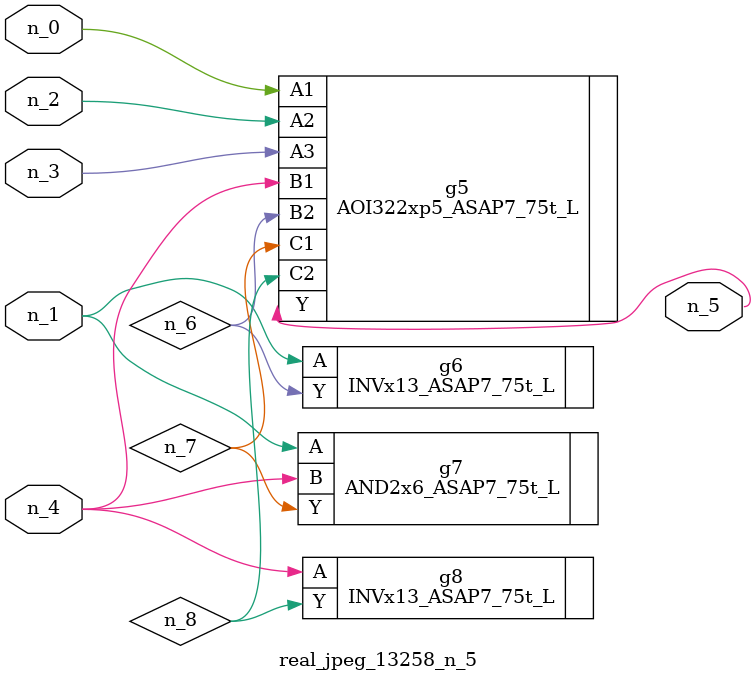
<source format=v>
module real_jpeg_13258_n_5 (n_4, n_0, n_1, n_2, n_3, n_5);

input n_4;
input n_0;
input n_1;
input n_2;
input n_3;

output n_5;

wire n_8;
wire n_6;
wire n_7;

AOI322xp5_ASAP7_75t_L g5 ( 
.A1(n_0),
.A2(n_2),
.A3(n_3),
.B1(n_4),
.B2(n_6),
.C1(n_7),
.C2(n_8),
.Y(n_5)
);

INVx13_ASAP7_75t_L g6 ( 
.A(n_1),
.Y(n_6)
);

AND2x6_ASAP7_75t_L g7 ( 
.A(n_1),
.B(n_4),
.Y(n_7)
);

INVx13_ASAP7_75t_L g8 ( 
.A(n_4),
.Y(n_8)
);


endmodule
</source>
